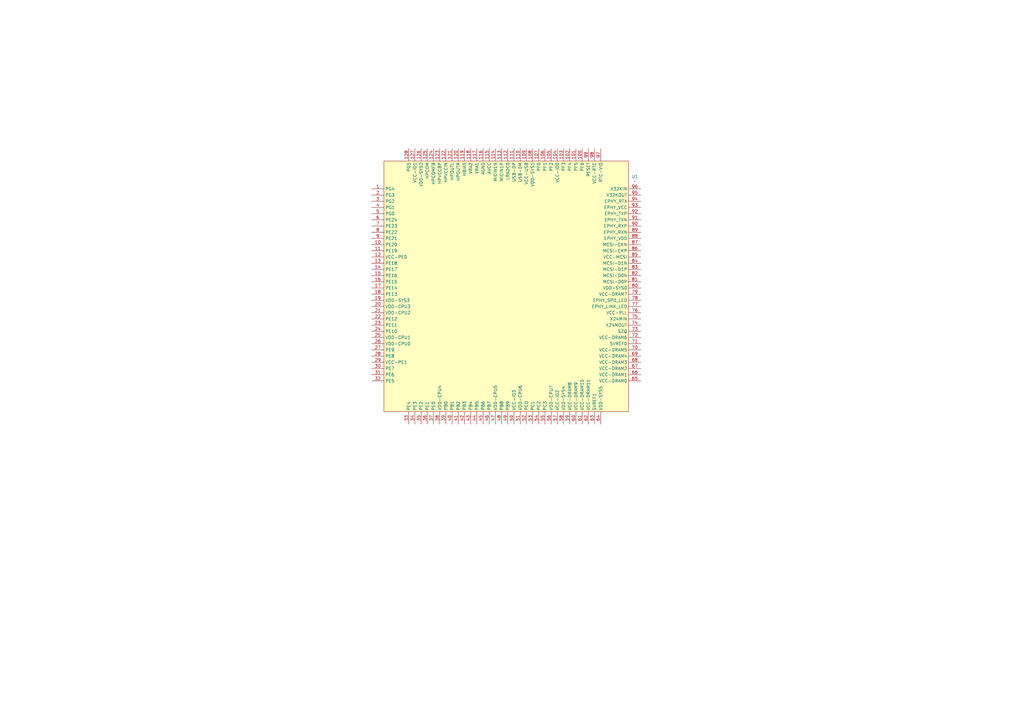
<source format=kicad_sch>
(kicad_sch (version 20231120) (generator "eeschema") (generator_version "8.0")
  (paper "A3")
  (lib_symbols
    (symbol "Allwinner_V3S_Spotify:ALLWINNER_V3S"
      (property "Reference" "U" (at 0 0 0))
      (symbol "ALLWINNER_V3S_0_0"
        (pin bidirectional line (at -53.34 38.1 0) (length 5.08) (name "PG4") (number "1"))
        (pin bidirectional line (at -53.34 15.24 0) (length 5.08) (name "PE20") (number "10"))
        (pin bidirectional line (at 33.02 54.61 270) (length 5.08) (name "PF6") (number "100"))
        (pin bidirectional line (at 30.48 54.61 270) (length 5.08) (name "PF5") (number "101"))
        (pin bidirectional line (at 27.94 54.61 270) (length 5.08) (name "PF4") (number "102"))
        (pin bidirectional line (at 25.4 54.61 270) (length 5.08) (name "PF3") (number "103"))
        (pin power_in line (at 22.86 54.61 270) (length 5.08) (name "VCC-IO0") (number "104"))
        (pin bidirectional line (at 20.32 54.61 270) (length 5.08) (name "PF2") (number "105"))
        (pin bidirectional line (at 17.78 54.61 270) (length 5.08) (name "PF1") (number "106"))
        (pin bidirectional line (at 15.24 54.61 270) (length 5.08) (name "PF0") (number "107"))
        (pin power_in line (at 12.7 54.61 270) (length 5.08) (name "VDD-SYS1") (number "108"))
        (pin power_in line (at 10.16 54.61 270) (length 5.08) (name "VCC-USB") (number "109"))
        (pin bidirectional line (at -53.34 12.7 0) (length 5.08) (name "PE19") (number "11"))
        (pin input line (at 7.62 54.61 270) (length 5.08) (name "USB-DM") (number "110"))
        (pin input line (at 5.08 54.61 270) (length 5.08) (name "USB-DP") (number "111"))
        (pin input line (at 2.54 54.61 270) (length 5.08) (name "LRADC0") (number "112"))
        (pin input line (at 0 54.61 270) (length 5.08) (name "MICIN1P") (number "113"))
        (pin input line (at -2.54 54.61 270) (length 5.08) (name "MICIN1N") (number "114"))
        (pin power_in line (at -5.08 54.61 270) (length 5.08) (name "AVCC") (number "115"))
        (pin power_in line (at -7.62 54.61 270) (length 5.08) (name "AGND") (number "116"))
        (pin input line (at -10.16 54.61 270) (length 5.08) (name "VRA1") (number "117"))
        (pin input line (at -12.7 54.61 270) (length 5.08) (name "VRA2") (number "118"))
        (pin input line (at -15.24 54.61 270) (length 5.08) (name "HBIAS") (number "119"))
        (pin power_in line (at -53.34 10.16 0) (length 5.08) (name "VCC-PE0") (number "12"))
        (pin output line (at -17.78 54.61 270) (length 5.08) (name "HPOUTR") (number "120"))
        (pin output line (at -20.32 54.61 270) (length 5.08) (name "HPOUTL") (number "121"))
        (pin power_in line (at -22.86 54.61 270) (length 5.08) (name "HPVCCIN") (number "122"))
        (pin power_in line (at -25.4 54.61 270) (length 5.08) (name "HPVCCBP") (number "123"))
        (pin input line (at -27.94 54.61 270) (length 5.08) (name "HPCOMFB") (number "124"))
        (pin input line (at -30.48 54.61 270) (length 5.08) (name "HPCOM") (number "125"))
        (pin power_in line (at -33.02 54.61 270) (length 5.08) (name "VDD-SYS2") (number "126"))
        (pin power_in line (at -35.56 54.61 270) (length 5.08) (name "VCC-IO1") (number "127"))
        (pin bidirectional line (at -38.1 54.61 270) (length 5.08) (name "PG5") (number "128"))
        (pin bidirectional line (at -53.34 7.62 0) (length 5.08) (name "PE18") (number "13"))
        (pin bidirectional line (at -53.34 5.08 0) (length 5.08) (name "PE17") (number "14"))
        (pin bidirectional line (at -53.34 2.54 0) (length 5.08) (name "PE16") (number "15"))
        (pin bidirectional line (at -53.34 0 0) (length 5.08) (name "PE15") (number "16"))
        (pin bidirectional line (at -53.34 -2.54 0) (length 5.08) (name "PE14") (number "17"))
        (pin bidirectional line (at -53.34 -5.08 0) (length 5.08) (name "PE13") (number "18"))
        (pin power_in line (at -53.34 -7.62 0) (length 5.08) (name "VDD-SYS3") (number "19"))
        (pin bidirectional line (at -53.34 35.56 0) (length 5.08) (name "PG3") (number "2"))
        (pin power_in line (at -53.34 -10.16 0) (length 5.08) (name "VDD-CPU3") (number "20"))
        (pin power_in line (at -53.34 -12.7 0) (length 5.08) (name "VDD-CPU2") (number "21"))
        (pin bidirectional line (at -53.34 -15.24 0) (length 5.08) (name "PE12") (number "22"))
        (pin bidirectional line (at -53.34 -17.78 0) (length 5.08) (name "PE11") (number "23"))
        (pin bidirectional line (at -53.34 -20.32 0) (length 5.08) (name "PE10") (number "24"))
        (pin power_in line (at -53.34 -22.86 0) (length 5.08) (name "VDD-CPU1") (number "25"))
        (pin power_in line (at -53.34 -25.4 0) (length 5.08) (name "VDD-CPU0") (number "26"))
        (pin bidirectional line (at -53.34 -27.94 0) (length 5.08) (name "PE9") (number "27"))
        (pin bidirectional line (at -53.34 -30.48 0) (length 5.08) (name "PE8") (number "28"))
        (pin power_in line (at -53.34 -33.02 0) (length 5.08) (name "VCC-PE1") (number "29"))
        (pin bidirectional line (at -53.34 33.02 0) (length 5.08) (name "PG2") (number "3"))
        (pin bidirectional line (at -53.34 -35.56 0) (length 5.08) (name "PE7") (number "30"))
        (pin bidirectional line (at -53.34 -38.1 0) (length 5.08) (name "PE6") (number "31"))
        (pin bidirectional line (at -53.34 -40.64 0) (length 5.08) (name "PE5") (number "32"))
        (pin bidirectional line (at -38.1 -58.42 90) (length 5.08) (name "PE4") (number "33"))
        (pin bidirectional line (at -35.56 -58.42 90) (length 5.08) (name "PE3") (number "34"))
        (pin bidirectional line (at -33.02 -58.42 90) (length 5.08) (name "PE2") (number "35"))
        (pin bidirectional line (at -30.48 -58.42 90) (length 5.08) (name "PE1") (number "36"))
        (pin bidirectional line (at -27.94 -58.42 90) (length 5.08) (name "PE0") (number "37"))
        (pin power_in line (at -25.4 -58.42 90) (length 5.08) (name "VDD-CPU4") (number "38"))
        (pin bidirectional line (at -22.86 -58.42 90) (length 5.08) (name "PB0") (number "39"))
        (pin bidirectional line (at -53.34 30.48 0) (length 5.08) (name "PG1") (number "4"))
        (pin bidirectional line (at -20.32 -58.42 90) (length 5.08) (name "PB1") (number "40"))
        (pin bidirectional line (at -17.78 -58.42 90) (length 5.08) (name "PB2") (number "41"))
        (pin bidirectional line (at -15.24 -58.42 90) (length 5.08) (name "PB3") (number "42"))
        (pin bidirectional line (at -12.7 -58.42 90) (length 5.08) (name "PB4") (number "43"))
        (pin bidirectional line (at -10.16 -58.42 90) (length 5.08) (name "PB5") (number "44"))
        (pin bidirectional line (at -7.62 -58.42 90) (length 5.08) (name "PB6") (number "45"))
        (pin bidirectional line (at -5.08 -58.42 90) (length 5.08) (name "PB7") (number "46"))
        (pin power_in line (at -2.54 -58.42 90) (length 5.08) (name "VDD-CPU5") (number "47"))
        (pin bidirectional line (at 0 -58.42 90) (length 5.08) (name "PB8") (number "48"))
        (pin bidirectional line (at 2.54 -58.42 90) (length 5.08) (name "PB9") (number "49"))
        (pin bidirectional line (at -53.34 27.94 0) (length 5.08) (name "PG0") (number "5"))
        (pin power_in line (at 5.08 -58.42 90) (length 5.08) (name "VCC-IO3") (number "50"))
        (pin power_in line (at 7.62 -58.42 90) (length 5.08) (name "VDD-CPU6") (number "51"))
        (pin bidirectional line (at 10.16 -58.42 90) (length 5.08) (name "PCO") (number "52"))
        (pin bidirectional line (at 12.7 -58.42 90) (length 5.08) (name "PC1") (number "53"))
        (pin bidirectional line (at 15.24 -58.42 90) (length 5.08) (name "PC2") (number "54"))
        (pin bidirectional line (at 17.78 -58.42 90) (length 5.08) (name "PC3") (number "55"))
        (pin power_in line (at 20.32 -58.42 90) (length 5.08) (name "VDD-CPU7") (number "56"))
        (pin power_in line (at 22.86 -58.42 90) (length 5.08) (name "VCC-IO2") (number "57"))
        (pin power_in line (at 25.4 -58.42 90) (length 5.08) (name "VDD-SYS4") (number "58"))
        (pin power_in line (at 27.94 -58.42 90) (length 5.08) (name "VCC-DRAM8") (number "59"))
        (pin bidirectional line (at -53.34 25.4 0) (length 5.08) (name "PE24") (number "6"))
        (pin power_in line (at 30.48 -58.42 90) (length 5.08) (name "VCC-DRAM9") (number "60"))
        (pin power_in line (at 33.02 -58.42 90) (length 5.08) (name "VCC-DRAM10") (number "61"))
        (pin power_in line (at 35.56 -58.42 90) (length 5.08) (name "VCC-DRAM11") (number "62"))
        (pin power_in line (at 38.1 -58.42 90) (length 5.08) (name "SVREF1") (number "63"))
        (pin power_in line (at 40.64 -58.42 90) (length 5.08) (name "VDD-SYS5") (number "64"))
        (pin power_in line (at 57.15 -40.64 180) (length 5.08) (name "VCC-DRAM0") (number "65"))
        (pin power_in line (at 57.15 -38.1 180) (length 5.08) (name "VCC-DRAM1") (number "66"))
        (pin power_in line (at 57.15 -35.56 180) (length 5.08) (name "VCC-DRAM2") (number "67"))
        (pin power_in line (at 57.15 -33.02 180) (length 5.08) (name "VCC-DRAM3") (number "68"))
        (pin power_in line (at 57.15 -30.48 180) (length 5.08) (name "VCC-DRAM4") (number "69"))
        (pin bidirectional line (at -53.34 22.86 0) (length 5.08) (name "PE23") (number "7"))
        (pin power_in line (at 57.15 -27.94 180) (length 5.08) (name "VCC-DRAM5") (number "70"))
        (pin power_in line (at 57.15 -25.4 180) (length 5.08) (name "SVREF0") (number "71"))
        (pin power_in line (at 57.15 -22.86 180) (length 5.08) (name "VCC-DRAM6") (number "72"))
        (pin power_in line (at 57.15 -20.32 180) (length 5.08) (name "SZQ") (number "73"))
        (pin output line (at 57.15 -17.78 180) (length 5.08) (name "X24MOUT") (number "74"))
        (pin input line (at 57.15 -15.24 180) (length 5.08) (name "X24MIN") (number "75"))
        (pin power_in line (at 57.15 -12.7 180) (length 5.08) (name "VCC-PLL") (number "76"))
        (pin output line (at 57.15 -10.16 180) (length 5.08) (name "EPHY_LINK_LED") (number "77"))
        (pin output line (at 57.15 -7.62 180) (length 5.08) (name "EPHY_SPD_LED") (number "78"))
        (pin power_in line (at 57.15 -5.08 180) (length 5.08) (name "VCC-DRAM7") (number "79"))
        (pin bidirectional line (at -53.34 20.32 0) (length 5.08) (name "PE22") (number "8"))
        (pin power_in line (at 57.15 -2.54 180) (length 5.08) (name "VDD-SYS0") (number "80"))
        (pin input line (at 57.15 0 180) (length 5.08) (name "MCSI-D0P") (number "81"))
        (pin input line (at 57.15 2.54 180) (length 5.08) (name "MCSI-D0N") (number "82"))
        (pin input line (at 57.15 5.08 180) (length 5.08) (name "MCSI-D1P") (number "83"))
        (pin input line (at 57.15 7.62 180) (length 5.08) (name "MCSI-D1N") (number "84"))
        (pin input line (at 57.15 10.16 180) (length 5.08) (name "VCC-MCSI") (number "85"))
        (pin input line (at 57.15 12.7 180) (length 5.08) (name "MCSI-CKP") (number "86"))
        (pin input line (at 57.15 15.24 180) (length 5.08) (name "MCSI-CKN") (number "87"))
        (pin power_in line (at 57.15 17.78 180) (length 5.08) (name "EPHY_VDD") (number "88"))
        (pin input line (at 57.15 20.32 180) (length 5.08) (name "EPHY_RXN") (number "89"))
        (pin bidirectional line (at -53.34 17.78 0) (length 5.08) (name "PE21") (number "9"))
        (pin input line (at 57.15 22.86 180) (length 5.08) (name "EPHY_RXP") (number "90"))
        (pin output line (at 57.15 25.4 180) (length 5.08) (name "EPHY_TXN") (number "91"))
        (pin output line (at 57.15 27.94 180) (length 5.08) (name "EPHY_TXP") (number "92"))
        (pin power_in line (at 57.15 30.48 180) (length 5.08) (name "EPHY_VCC") (number "93"))
        (pin input line (at 57.15 33.02 180) (length 5.08) (name "EPHY_RTX") (number "94"))
        (pin output line (at 57.15 35.56 180) (length 5.08) (name "X32KOUT") (number "95"))
        (pin input line (at 57.15 38.1 180) (length 5.08) (name "X32KIN") (number "96"))
        (pin power_in line (at 40.64 54.61 270) (length 5.08) (name "RTC-VIO") (number "97"))
        (pin power_in line (at 38.1 54.61 270) (length 5.08) (name "VCC-RTC") (number "98"))
        (pin input line (at 35.56 54.61 270) (length 5.08) (name "RESET") (number "99"))
      )
      (symbol "ALLWINNER_V3S_1_1"
        (rectangle (start -48.26 49.53) (end 52.07 -53.34) (stroke (width 0) (color 132 0 0 1)) (fill (type background)))
      )
    )
  )
  (symbol (lib_id "Allwinner_V3S_Spotify:ALLWINNER_V3S") (at 205.74 115.57 0) (unit 1)
    (property "Reference" "U1" (at 260.35 72.4214 0))
    (property "Value" "~" (at 260.35 74.3265 0))
    (property "Footprint" "Allwinner_Spotify:LQFP-128_14x14mm_P0.4mm_EP" (effects (hide yes)))
    (property "Datasheet" "https://linux-sunxi.org/images/2/23/Allwinner_V3s_Datasheet_V1.0.pdf" (effects (hide yes)))
    (property "Description" "ARM Cortex-A7 CPU 1.2Ghz 512Mbit DDR2" (effects (hide yes)))
    (property "OC_LCSC" "C2687449" (effects (hide yes)))
  )
)
</source>
